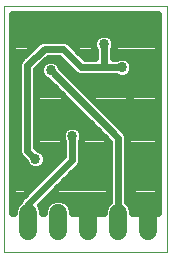
<source format=gbl>
G75*
%MOIN*%
%OFA0B0*%
%FSLAX24Y24*%
%IPPOS*%
%LPD*%
%AMOC8*
5,1,8,0,0,1.08239X$1,22.5*
%
%ADD10C,0.0000*%
%ADD11C,0.0591*%
%ADD12C,0.0240*%
%ADD13C,0.0337*%
D10*
X000667Y001133D02*
X000667Y009328D01*
X006084Y009328D01*
X006084Y001133D01*
X000667Y001133D01*
D11*
X001467Y001838D02*
X001467Y002429D01*
X002467Y002429D02*
X002467Y001838D01*
X003467Y001838D02*
X003467Y002429D01*
X004467Y002429D02*
X004467Y001838D01*
X005467Y001838D02*
X005467Y002429D01*
D12*
X005814Y002433D02*
X004942Y002433D01*
X004942Y002523D01*
X004870Y002698D01*
X004767Y002801D01*
X004767Y004993D01*
X004721Y005103D01*
X002560Y007264D01*
X002512Y007381D01*
X002414Y007479D01*
X002286Y007532D01*
X002147Y007532D01*
X002019Y007479D01*
X001921Y007381D01*
X001868Y007253D01*
X001868Y007114D01*
X001921Y006986D01*
X002019Y006888D01*
X002136Y006840D01*
X004167Y004809D01*
X004167Y002801D01*
X004064Y002698D01*
X003991Y002523D01*
X003991Y002433D01*
X002942Y002433D01*
X002942Y002523D01*
X002870Y002698D01*
X002736Y002832D01*
X002561Y002904D01*
X002372Y002904D01*
X002197Y002832D01*
X002064Y002698D01*
X001991Y002523D01*
X001991Y002433D01*
X001942Y002433D01*
X001942Y002523D01*
X001870Y002698D01*
X001863Y002705D01*
X003186Y004029D01*
X003232Y004139D01*
X003232Y004797D01*
X003280Y004914D01*
X003280Y005053D01*
X003227Y005181D01*
X003129Y005279D01*
X003001Y005332D01*
X002863Y005332D01*
X002735Y005279D01*
X002637Y005181D01*
X002584Y005053D01*
X002584Y004914D01*
X002632Y004797D01*
X002632Y004323D01*
X001212Y002903D01*
X001172Y002806D01*
X001064Y002698D01*
X000991Y002523D01*
X000991Y002433D01*
X000937Y002433D01*
X000937Y009058D01*
X005814Y009058D01*
X005814Y002433D01*
X005814Y002564D02*
X004925Y002564D01*
X004767Y002803D02*
X005814Y002803D01*
X005814Y003041D02*
X004767Y003041D01*
X004767Y003280D02*
X005814Y003280D01*
X005814Y003518D02*
X004767Y003518D01*
X004767Y003757D02*
X005814Y003757D01*
X005814Y003995D02*
X004767Y003995D01*
X004767Y004234D02*
X005814Y004234D01*
X005814Y004472D02*
X004767Y004472D01*
X004767Y004711D02*
X005814Y004711D01*
X005814Y004949D02*
X004767Y004949D01*
X004636Y005188D02*
X005814Y005188D01*
X005814Y005426D02*
X004398Y005426D01*
X004159Y005665D02*
X005814Y005665D01*
X005814Y005903D02*
X003921Y005903D01*
X003682Y006142D02*
X005814Y006142D01*
X005814Y006380D02*
X003444Y006380D01*
X003205Y006619D02*
X005814Y006619D01*
X005814Y006857D02*
X002967Y006857D01*
X003072Y007029D02*
X003182Y006983D01*
X004405Y006983D01*
X004522Y006935D01*
X004661Y006935D01*
X004789Y006988D01*
X004887Y007086D01*
X004940Y007214D01*
X004940Y007353D01*
X004887Y007481D01*
X004789Y007579D01*
X004661Y007632D01*
X004522Y007632D01*
X004405Y007583D01*
X004292Y007583D01*
X004292Y007872D01*
X004340Y007989D01*
X004340Y008128D01*
X004287Y008256D01*
X004189Y008354D01*
X004061Y008407D01*
X003922Y008407D01*
X003794Y008354D01*
X003696Y008256D01*
X003643Y008128D01*
X003643Y007989D01*
X003692Y007872D01*
X003692Y007583D01*
X003366Y007583D01*
X002871Y008078D01*
X002787Y008163D01*
X002676Y008208D01*
X002020Y008208D01*
X001964Y008210D01*
X001960Y008208D01*
X001957Y008208D01*
X001905Y008187D01*
X001852Y008166D01*
X001850Y008164D01*
X001847Y008163D01*
X001807Y008123D01*
X001275Y007614D01*
X001272Y007613D01*
X001232Y007573D01*
X000937Y007573D01*
X000937Y007811D02*
X001481Y007811D01*
X001232Y007573D02*
X001191Y007534D01*
X001190Y007531D01*
X001187Y007528D01*
X001166Y007476D01*
X001143Y007425D01*
X001143Y007421D01*
X001142Y007418D01*
X001142Y007362D01*
X001140Y007305D01*
X001142Y007302D01*
X001142Y004444D01*
X001187Y004334D01*
X001370Y004151D01*
X001418Y004035D01*
X001516Y003937D01*
X001644Y003884D01*
X001783Y003884D01*
X001911Y003937D01*
X002009Y004035D01*
X002062Y004163D01*
X002062Y004301D01*
X002009Y004429D01*
X001911Y004527D01*
X001794Y004576D01*
X001742Y004628D01*
X001742Y007230D01*
X002137Y007608D01*
X002492Y007608D01*
X003072Y007029D01*
X003005Y007096D02*
X002728Y007096D01*
X002766Y007334D02*
X002531Y007334D01*
X002217Y007183D02*
X004467Y004933D01*
X004467Y002133D01*
X004008Y002564D02*
X002925Y002564D01*
X002765Y002803D02*
X004167Y002803D01*
X004167Y003041D02*
X002199Y003041D01*
X002169Y002803D02*
X001960Y002803D01*
X001925Y002564D02*
X002008Y002564D01*
X001467Y002733D02*
X001467Y002133D01*
X001008Y002564D02*
X000937Y002564D01*
X000937Y002803D02*
X001169Y002803D01*
X001350Y003041D02*
X000937Y003041D01*
X000937Y003280D02*
X001589Y003280D01*
X001827Y003518D02*
X000937Y003518D01*
X000937Y003757D02*
X002066Y003757D01*
X001970Y003995D02*
X002304Y003995D01*
X002543Y004234D02*
X002062Y004234D01*
X001966Y004472D02*
X002632Y004472D01*
X002632Y004711D02*
X001742Y004711D01*
X001742Y004949D02*
X002584Y004949D01*
X002644Y005188D02*
X001742Y005188D01*
X001742Y005426D02*
X003549Y005426D01*
X003311Y005665D02*
X001742Y005665D01*
X001742Y005903D02*
X003072Y005903D01*
X002834Y006142D02*
X001742Y006142D01*
X001742Y006380D02*
X002595Y006380D01*
X002357Y006619D02*
X001742Y006619D01*
X001742Y006857D02*
X002093Y006857D01*
X001876Y007096D02*
X001742Y007096D01*
X001851Y007334D02*
X001902Y007334D01*
X002100Y007573D02*
X002528Y007573D01*
X002617Y007908D02*
X002017Y007908D01*
X001442Y007358D01*
X001442Y004504D01*
X001714Y004232D01*
X001457Y003995D02*
X000937Y003995D01*
X000937Y004234D02*
X001287Y004234D01*
X001142Y004472D02*
X000937Y004472D01*
X000937Y004711D02*
X001142Y004711D01*
X001142Y004949D02*
X000937Y004949D01*
X000937Y005188D02*
X001142Y005188D01*
X001142Y005426D02*
X000937Y005426D01*
X000937Y005665D02*
X001142Y005665D01*
X001142Y005903D02*
X000937Y005903D01*
X000937Y006142D02*
X001142Y006142D01*
X001142Y006380D02*
X000937Y006380D01*
X000937Y006619D02*
X001142Y006619D01*
X001142Y006857D02*
X000937Y006857D01*
X000937Y007096D02*
X001142Y007096D01*
X001141Y007334D02*
X000937Y007334D01*
X000937Y008050D02*
X001731Y008050D01*
X000937Y008288D02*
X003729Y008288D01*
X003643Y008050D02*
X002899Y008050D01*
X002617Y007908D02*
X003242Y007283D01*
X003992Y007283D01*
X004067Y007283D01*
X004592Y007283D01*
X004940Y007334D02*
X005814Y007334D01*
X005814Y007096D02*
X004891Y007096D01*
X004795Y007573D02*
X005814Y007573D01*
X005814Y007811D02*
X004292Y007811D01*
X004340Y008050D02*
X005814Y008050D01*
X005814Y008288D02*
X004254Y008288D01*
X003992Y008058D02*
X003992Y007283D01*
X003692Y007811D02*
X003138Y007811D01*
X000937Y008527D02*
X005814Y008527D01*
X005814Y008765D02*
X000937Y008765D01*
X000937Y009004D02*
X005814Y009004D01*
X003788Y005188D02*
X003220Y005188D01*
X002932Y004983D02*
X002932Y004199D01*
X001467Y002733D01*
X002437Y003280D02*
X004167Y003280D01*
X004167Y003518D02*
X002676Y003518D01*
X002914Y003757D02*
X004167Y003757D01*
X004167Y003995D02*
X003153Y003995D01*
X003232Y004234D02*
X004167Y004234D01*
X004167Y004472D02*
X003232Y004472D01*
X003232Y004711D02*
X004167Y004711D01*
X004026Y004949D02*
X003280Y004949D01*
D13*
X002932Y004983D03*
X002767Y005858D03*
X003992Y004633D03*
X004817Y004983D03*
X005617Y003983D03*
X004917Y003108D03*
X003842Y002858D03*
X001714Y004232D03*
X001692Y003608D03*
X001017Y004883D03*
X001017Y005933D03*
X001017Y006858D03*
X002217Y007183D03*
X001017Y008183D03*
X001542Y008908D03*
X002942Y008658D03*
X003992Y008058D03*
X004592Y007283D03*
X004867Y006133D03*
M02*

</source>
